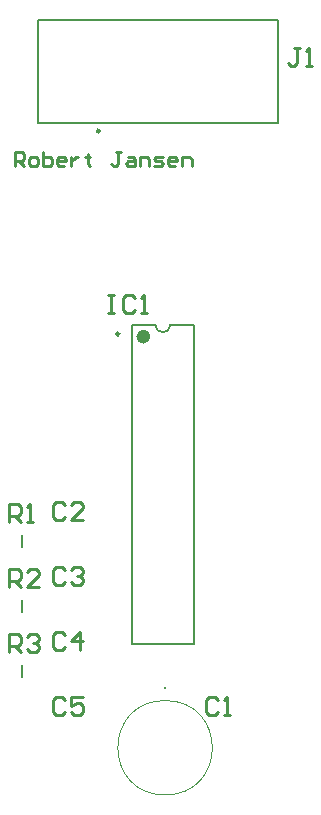
<source format=gbr>
%TF.GenerationSoftware,Altium Limited,Altium Designer,24.3.1 (35)*%
G04 Layer_Color=65535*
%FSLAX45Y45*%
%MOMM*%
%TF.SameCoordinates,0FFCB549-CC09-4AA2-A398-349E3E2AD51F*%
%TF.FilePolarity,Positive*%
%TF.FileFunction,Legend,Top*%
%TF.Part,Single*%
G01*
G75*
%TA.AperFunction,NonConductor*%
%ADD24C,0.25000*%
%ADD25C,0.20000*%
%ADD26C,0.60000*%
%ADD27C,0.10000*%
%ADD28C,0.25400*%
D24*
X996500Y8423000D02*
G03*
X996500Y8423000I-12500J0D01*
G01*
X1162501Y6704000D02*
G03*
X1162501Y6704000I-12500J0D01*
G01*
D25*
X1467501Y6781000D02*
G03*
X1594501Y6781000I63500J0D01*
G01*
X1549998Y3710000D02*
G03*
X1549998Y3700000I0J-5000D01*
G01*
D02*
G03*
X1549998Y3710000I0J5000D01*
G01*
D02*
G03*
X1549998Y3700000I0J-5000D01*
G01*
X342301Y4347498D02*
Y4452497D01*
Y3797499D02*
Y3902503D01*
Y4898502D02*
Y5003501D01*
X474498Y9358001D02*
X2509505D01*
X2509530Y8488021D02*
Y9357976D01*
X474498Y8487995D02*
X2509505D01*
X474498D02*
Y9358001D01*
X1266002Y4080999D02*
Y6780998D01*
X1796004Y4080999D02*
Y6780998D01*
X1266002D02*
X1467500D01*
X1594500D02*
X1796004D01*
X1266002Y4080999D02*
X1796004D01*
D26*
X1396001Y6681000D02*
G03*
X1396001Y6681000I-30000J0D01*
G01*
D27*
X1549998Y2800000D02*
G03*
X1549998Y3600000I0J400000D01*
G01*
D02*
G03*
X1549998Y2800000I0J-400000D01*
G01*
D28*
X229860Y4563357D02*
Y4715708D01*
X306035D01*
X331427Y4690316D01*
Y4639533D01*
X306035Y4614141D01*
X229860D01*
X280644D02*
X331427Y4563357D01*
X483778D02*
X382211D01*
X483778Y4664925D01*
Y4690316D01*
X458386Y4715708D01*
X407603D01*
X382211Y4690316D01*
X704807Y4702616D02*
X679415Y4728008D01*
X628632D01*
X603240Y4702616D01*
Y4601049D01*
X628632Y4575657D01*
X679415D01*
X704807Y4601049D01*
X755591Y4702616D02*
X780983Y4728008D01*
X831766D01*
X857158Y4702616D01*
Y4677224D01*
X831766Y4651832D01*
X806374D01*
X831766D01*
X857158Y4626440D01*
Y4601049D01*
X831766Y4575657D01*
X780983D01*
X755591Y4601049D01*
X275400Y8125400D02*
Y8245361D01*
X335381D01*
X355374Y8225368D01*
Y8185381D01*
X335381Y8165387D01*
X275400D01*
X315387D02*
X355374Y8125400D01*
X415355D02*
X455342D01*
X475335Y8145394D01*
Y8185381D01*
X455342Y8205374D01*
X415355D01*
X395361Y8185381D01*
Y8145394D01*
X415355Y8125400D01*
X515322Y8245361D02*
Y8125400D01*
X575303D01*
X595296Y8145394D01*
Y8165387D01*
Y8185381D01*
X575303Y8205374D01*
X515322D01*
X695264Y8125400D02*
X655277D01*
X635283Y8145394D01*
Y8185381D01*
X655277Y8205374D01*
X695264D01*
X715258Y8185381D01*
Y8165387D01*
X635283D01*
X755245Y8205374D02*
Y8125400D01*
Y8165387D01*
X775238Y8185381D01*
X795232Y8205374D01*
X815225D01*
X895199Y8225368D02*
Y8205374D01*
X875206D01*
X915193D01*
X895199D01*
Y8145394D01*
X915193Y8125400D01*
X1175109Y8245361D02*
X1135122D01*
X1155115D01*
Y8145394D01*
X1135122Y8125400D01*
X1115128D01*
X1095135Y8145394D01*
X1235089Y8205374D02*
X1275076D01*
X1295070Y8185381D01*
Y8125400D01*
X1235089D01*
X1215096Y8145394D01*
X1235089Y8165387D01*
X1295070D01*
X1335057Y8125400D02*
Y8205374D01*
X1395038D01*
X1415031Y8185381D01*
Y8125400D01*
X1455018D02*
X1514999D01*
X1534992Y8145394D01*
X1514999Y8165387D01*
X1475012D01*
X1455018Y8185381D01*
X1475012Y8205374D01*
X1534992D01*
X1634960Y8125400D02*
X1594973D01*
X1574979Y8145394D01*
Y8185381D01*
X1594973Y8205374D01*
X1634960D01*
X1654954Y8185381D01*
Y8165387D01*
X1574979D01*
X1694940Y8125400D02*
Y8205374D01*
X1754921D01*
X1774915Y8185381D01*
Y8125400D01*
X229860Y4014720D02*
Y4167071D01*
X306035D01*
X331427Y4141679D01*
Y4090895D01*
X306035Y4065503D01*
X229860D01*
X280644D02*
X331427Y4014720D01*
X382211Y4141679D02*
X407603Y4167071D01*
X458386D01*
X483778Y4141679D01*
Y4116287D01*
X458386Y4090895D01*
X432994D01*
X458386D01*
X483778Y4065503D01*
Y4040112D01*
X458386Y4014720D01*
X407603D01*
X382211Y4040112D01*
X229860Y5115540D02*
Y5267891D01*
X306035D01*
X331427Y5242499D01*
Y5191715D01*
X306035Y5166323D01*
X229860D01*
X280644D02*
X331427Y5115540D01*
X382211D02*
X432994D01*
X407603D01*
Y5267891D01*
X382211Y5242499D01*
X2696001Y9122177D02*
X2645217D01*
X2670609D01*
Y8995218D01*
X2645217Y8969826D01*
X2619826D01*
X2594434Y8995218D01*
X2746784Y8969826D02*
X2797568D01*
X2772176D01*
Y9122177D01*
X2746784Y9096785D01*
X1068060Y7037271D02*
X1118844D01*
X1093452D01*
Y6884920D01*
X1068060D01*
X1118844D01*
X1296586Y7011879D02*
X1271194Y7037271D01*
X1220411D01*
X1195019Y7011879D01*
Y6910312D01*
X1220411Y6884920D01*
X1271194D01*
X1296586Y6910312D01*
X1347370Y6884920D02*
X1398153D01*
X1372762D01*
Y7037271D01*
X1347370Y7011879D01*
X704807Y3605739D02*
X679415Y3631131D01*
X628632D01*
X603240Y3605739D01*
Y3504172D01*
X628632Y3478780D01*
X679415D01*
X704807Y3504172D01*
X857158Y3631131D02*
X755591D01*
Y3554955D01*
X806374Y3580347D01*
X831766D01*
X857158Y3554955D01*
Y3504172D01*
X831766Y3478780D01*
X780983D01*
X755591Y3504172D01*
X704807Y4153978D02*
X679415Y4179370D01*
X628632D01*
X603240Y4153978D01*
Y4052411D01*
X628632Y4027019D01*
X679415D01*
X704807Y4052411D01*
X831766Y4027019D02*
Y4179370D01*
X755591Y4103195D01*
X857158D01*
X704807Y5254199D02*
X679415Y5279591D01*
X628632D01*
X603240Y5254199D01*
Y5152632D01*
X628632Y5127240D01*
X679415D01*
X704807Y5152632D01*
X857158Y5127240D02*
X755591D01*
X857158Y5228807D01*
Y5254199D01*
X831766Y5279591D01*
X780983D01*
X755591Y5254199D01*
X1999998Y3600784D02*
X1974606Y3626176D01*
X1923822D01*
X1898431Y3600784D01*
Y3499217D01*
X1923822Y3473825D01*
X1974606D01*
X1999998Y3499217D01*
X2050781Y3473825D02*
X2101565D01*
X2076173D01*
Y3626176D01*
X2050781Y3600784D01*
%TF.MD5,956f40a38e5551f52bffa54b23ff62bb*%
M02*

</source>
